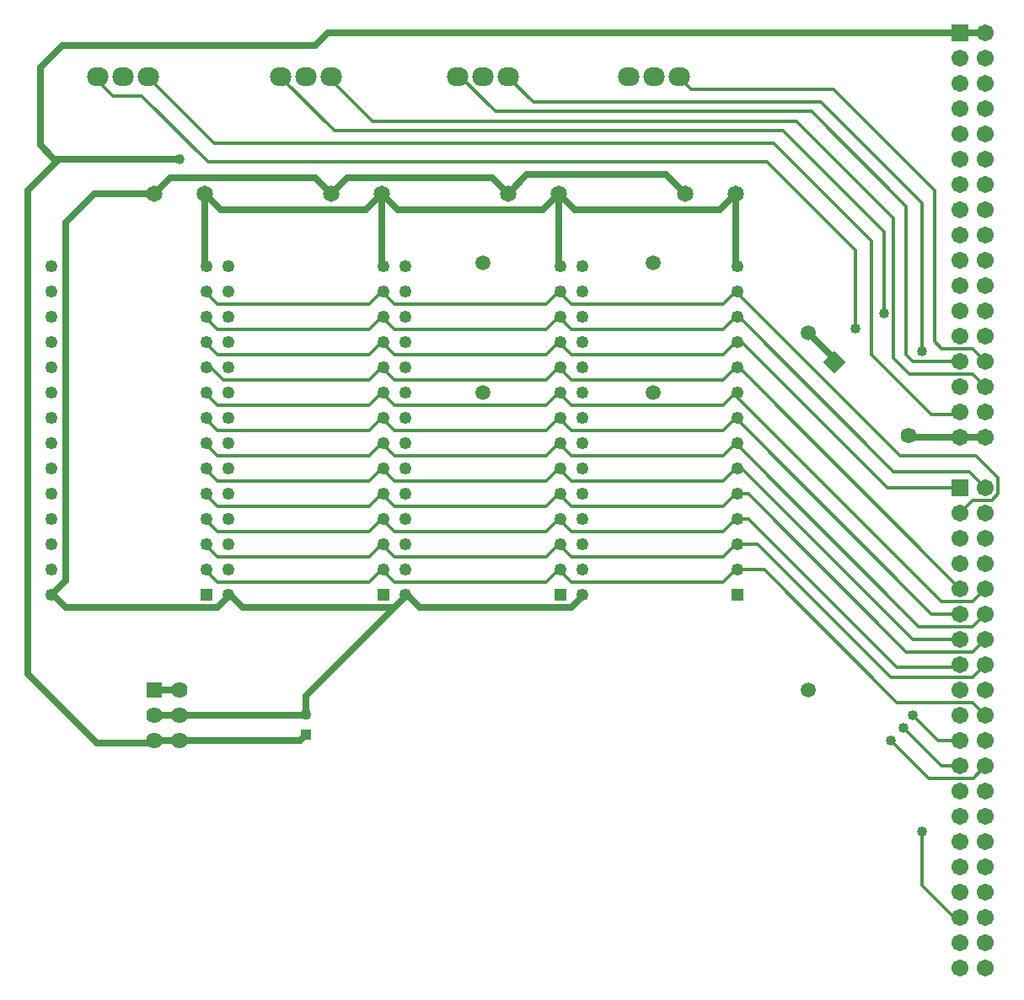
<source format=gbr>
G04 DipTrace 4.3.0.5*
G04 1 - Top.gbr*
%MOMM*%
G04 #@! TF.FileFunction,Copper,L1,Top*
G04 #@! TF.Part,Single*
%AMOUTLINE0*
4,1,4,
0.0,1.1243,
1.1243,0.0,
0.0,-1.1243,
-1.1243,0.0,
0.0,1.1243,
0*%
G04 #@! TA.AperFunction,Conductor*
%ADD16C,0.66*%
%ADD17C,0.3302*%
%ADD18C,0.6604*%
G04 #@! TA.AperFunction,ComponentPad*
%ADD22R,1.1X1.1*%
%ADD23C,1.1*%
%ADD24C,1.65*%
%ADD25C,1.59*%
%ADD26R,1.71X1.71*%
%ADD27C,1.71*%
%ADD28R,1.62X1.62*%
%ADD29C,1.62*%
%ADD30O,2.159X1.905*%
%ADD31C,1.5*%
%ADD32R,1.25X1.25*%
%ADD33C,1.25*%
G04 #@! TA.AperFunction,ViaPad*
%ADD34C,1.016*%
G04 #@! TA.AperFunction,ComponentPad*
%ADD72OUTLINE0*%
%FSLAX35Y35*%
G04*
G71*
G90*
G75*
G01*
G04 Top*
%LPD*%
X-7826470Y-952513D2*
D16*
X-7810487D1*
X-7683500Y-1079500D1*
X-6159500D1*
X-6048470Y-968470D1*
Y-952513D1*
X-6032487D1*
X-5905500Y-1079500D1*
X-4381500D1*
X-4270500Y-968500D1*
Y-952500D1*
X-9604470Y-952513D2*
X-9588487D1*
X-9461500Y-1079500D1*
X-7937500D1*
X-7826470Y-968470D1*
Y-952513D1*
X-7048500Y-2154250D2*
Y-1968500D1*
X-6048470Y-968470D1*
X-8572500Y-2159000D2*
X-8318500D1*
X-7053250D1*
X-7048500Y-2154250D1*
X-3238500Y3079750D2*
X-3429000Y3270250D1*
X-4826000D1*
X-5016500Y3079750D1*
X-5175250Y3238500D1*
X-6635750D1*
X-6794500Y3079750D1*
X-6953250Y3238500D1*
X-8413750D1*
X-8572500Y3079750D1*
X-9169290D1*
X-9461500Y2787540D1*
Y-809543D1*
X-9604470Y-952513D1*
X-1735773Y1386523D2*
Y1418273D1*
X-2000250Y1682750D1*
X-8048510Y1333513D2*
D17*
X-8001013D1*
X-7874000Y1206500D1*
X-6413500D1*
X-6286487Y1333513D1*
X-6270510D1*
Y1317510D1*
X-6159500Y1206500D1*
X-4635500D1*
X-4508487Y1333513D1*
X-4492510D1*
Y1317510D1*
X-4381500Y1206500D1*
X-2857500D1*
X-2730500Y1333500D1*
X-2714500D1*
X-2698700D1*
X-476200Y-889000D1*
X-8048507Y1079513D2*
Y1063507D1*
X-7937500Y952500D1*
X-6413500D1*
X-6286487Y1079513D1*
X-6270507D1*
Y1063507D1*
X-6159500Y952500D1*
X-4635500D1*
X-4508487Y1079513D1*
X-4492507D1*
Y1063507D1*
X-4381500Y952500D1*
X-2857500D1*
X-2730500Y1079500D1*
X-2714500D1*
Y1031750D1*
X-666750Y-1016000D1*
X-349200D1*
X-222200Y-889000D1*
X-8048503Y825513D2*
Y809503D1*
X-7937500Y698500D1*
X-6413500D1*
X-6286487Y825513D1*
X-6270503D1*
Y809503D1*
X-6159500Y698500D1*
X-4635500D1*
X-4508487Y825513D1*
X-4492503D1*
Y809503D1*
X-4381500Y698500D1*
X-2857500D1*
X-2730500Y825500D1*
X-2714500D1*
Y809500D1*
X-762000Y-1143000D1*
X-476200D1*
X-8048497Y571513D2*
Y555497D1*
X-7937500Y444500D1*
X-6413500D1*
X-6286487Y571513D1*
X-6270497D1*
Y555497D1*
X-6159500Y444500D1*
X-4635500D1*
X-4508487Y571513D1*
X-4492497D1*
Y555497D1*
X-4381500Y444500D1*
X-2857500D1*
X-2730500Y571500D1*
X-2714500D1*
Y555500D1*
X-889000Y-1270000D1*
X-349200D1*
X-222200Y-1143000D1*
X-8048493Y317513D2*
Y301493D1*
X-7937500Y190500D1*
X-6413500D1*
X-6286487Y317513D1*
X-6270493D1*
Y301493D1*
X-6159500Y190500D1*
X-4635500D1*
X-4508487Y317513D1*
X-4492493D1*
Y301493D1*
X-4381500Y190500D1*
X-2857500D1*
X-2730500Y317500D1*
X-2714500D1*
X-2667000D1*
X-952500Y-1397000D1*
X-476200D1*
X-8048490Y63513D2*
Y47490D1*
X-7937500Y-63500D1*
X-6413500D1*
X-6286487Y63513D1*
X-6270490D1*
Y47490D1*
X-6159500Y-63500D1*
X-4635500D1*
X-4508487Y63513D1*
X-4492490D1*
Y47490D1*
X-4381500Y-63500D1*
X-2857500D1*
X-2730500Y63500D1*
X-2714500D1*
X-2603500D1*
X-1016000Y-1524000D1*
X-349200D1*
X-222200Y-1397000D1*
X-8048483Y-190487D2*
Y-206517D1*
X-7937500Y-317500D1*
X-6413500D1*
X-6286487Y-190487D1*
X-6270483D1*
Y-206517D1*
X-6159500Y-317500D1*
X-4635500D1*
X-4508487Y-190487D1*
X-4492483D1*
Y-206517D1*
X-4381500Y-317500D1*
X-2857500D1*
X-2730500Y-190500D1*
X-2714500D1*
X-2603500D1*
X-1111250Y-1682750D1*
X-507950D1*
X-476200Y-1651000D1*
X-8048480Y-444487D2*
Y-460520D1*
X-7937500Y-571500D1*
X-6413500D1*
X-6286487Y-444487D1*
X-6270480D1*
Y-460520D1*
X-6159500Y-571500D1*
X-4635500D1*
X-4508487Y-444487D1*
X-4492480D1*
Y-460520D1*
X-4381500Y-571500D1*
X-2857500D1*
X-2730500Y-444500D1*
X-2714500D1*
X-2508250D1*
X-1174750Y-1778000D1*
X-349200D1*
X-222200Y-1651000D1*
X-1174750Y-2413000D2*
X-793750Y-2794000D1*
X-342250D1*
X-222200Y-2673950D1*
Y-2667000D1*
X-1047750Y-2286000D2*
X-666750Y-2667000D1*
X-476200D1*
X-952500Y-2159000D2*
X-698500Y-2413000D1*
X-476200D1*
X-8048473Y-698487D2*
Y-714527D1*
X-7937500Y-825500D1*
X-6413500D1*
X-6286487Y-698487D1*
X-6270473D1*
Y-714527D1*
X-6159500Y-825500D1*
X-4635500D1*
X-4508487Y-698487D1*
X-4492473D1*
Y-714527D1*
X-4381500Y-825500D1*
X-2857500D1*
X-2730500Y-698500D1*
X-2714500D1*
X-2444750D1*
X-1111250Y-2032000D1*
X-349200D1*
X-222200Y-2159000D1*
X-8048517Y1587513D2*
Y1571517D1*
X-7937500Y1460500D1*
X-6413500D1*
X-6286487Y1587513D1*
X-6270517D1*
Y1571517D1*
X-6159500Y1460500D1*
X-4635500D1*
X-4508487Y1587513D1*
X-4492517D1*
Y1571517D1*
X-4381500Y1460500D1*
X-2857500D1*
X-2730500Y1587500D1*
X-2714500D1*
X-2667000D1*
X-1206500Y127000D1*
X-476200D1*
X-8048520Y1841513D2*
Y1825520D1*
X-7937500Y1714500D1*
X-6413500D1*
X-6286487Y1841513D1*
X-6270520D1*
Y1825520D1*
X-6159500Y1714500D1*
X-4635500D1*
X-4508487Y1841513D1*
X-4492520D1*
Y1825520D1*
X-4381500Y1714500D1*
X-2857500D1*
X-2730500Y1841500D1*
X-2714500D1*
X-2698750D1*
X-1143000Y285750D1*
X-380950D1*
X-222200Y127000D1*
X-8048527Y2095513D2*
Y2079527D1*
X-7937500Y1968500D1*
X-6413500D1*
X-6286487Y2095513D1*
X-6270527D1*
Y2079527D1*
X-6159500Y1968500D1*
X-4635500D1*
X-4508487Y2095513D1*
X-4492527D1*
Y2079527D1*
X-4381500Y1968500D1*
X-2857500D1*
X-2730500Y2095500D1*
X-2714500D1*
Y2079500D1*
X-1079500Y444500D1*
X-317500D1*
X-95250Y222250D1*
Y63500D1*
X-158750Y0D1*
X-349200D1*
X-476200Y-127000D1*
X-2730500Y3079750D2*
D18*
Y2365500D1*
X-2714500Y2349500D1*
X-4508500Y3079750D2*
Y2365483D1*
X-4492530Y2349513D1*
X-6286500Y3079750D2*
Y2365483D1*
X-6270530Y2349513D1*
X-8064500Y3079750D2*
Y2365483D1*
X-8048530Y2349513D1*
X-8064500Y3079750D2*
D16*
X-7905750Y2921000D1*
X-6445250D1*
X-6286500Y3079750D1*
X-6127750Y2921000D1*
X-4667250D1*
X-4508500Y3079750D1*
X-4349750Y2921000D1*
X-2889250D1*
X-2730500Y3079750D1*
X-476200Y4699000D2*
D18*
X-6826250D1*
X-6953250Y4572000D1*
X-9493250D1*
X-9715500Y4349750D1*
Y3569093D1*
X-9575407Y3429000D1*
X-8318500D1*
X-9575407D2*
X-9550203Y3403797D1*
X-9842500Y3111500D1*
Y-1746250D1*
X-9144000Y-2444750D1*
X-8604250D1*
X-8572500Y-2413000D1*
X-8318500D1*
X-7107250D1*
X-7048500Y-2354250D1*
X-476200Y4699000D2*
X-222200D1*
X-476200Y635000D2*
D16*
X-984250D1*
X-994727Y645477D1*
X-222200Y635000D2*
X-476200D1*
X-857250Y-3333750D2*
D17*
Y-3873500D1*
X-539750Y-4191000D1*
X-476200D1*
X-8572500Y-1905000D2*
D16*
X-8318500D1*
X-9140697Y4259173D2*
D17*
Y4191000D1*
X-9112250D1*
X-8985250Y4064000D1*
X-8699500D1*
X-8032750Y3397250D1*
X-2413000D1*
X-1524000Y2508250D1*
Y1721047D1*
X-7299197Y4259173D2*
Y4251197D1*
X-6762750Y3714750D1*
X-2254250D1*
X-1238250Y2698750D1*
Y1873250D1*
X-5521197Y4259173D2*
X-5497423D1*
X-5143500Y3905250D1*
X-1968953D1*
X-1016000Y2952297D1*
Y1460047D1*
X-952953Y1397000D1*
X-476200D1*
X-8632700Y4259170D2*
Y4251200D1*
X-7969250Y3587750D1*
X-2349500D1*
X-1365250Y2603500D1*
Y1460500D1*
X-762000Y857250D1*
X-507950D1*
X-476200Y889000D1*
X-6791200Y4259170D2*
Y4219450D1*
X-6381750Y3810000D1*
X-2120703D1*
X-1143000Y2832297D1*
Y1428750D1*
X-984250Y1270000D1*
X-349200D1*
X-222200Y1143000D1*
X-5013200Y4259170D2*
Y4251200D1*
X-4762500Y4000500D1*
X-1873250D1*
X-857250Y2984500D1*
Y1492250D1*
X-3298700Y4259170D2*
Y4251200D1*
X-3175000Y4127500D1*
X-1746250D1*
X-730250Y3111500D1*
Y1594047D1*
X-660203Y1524000D1*
X-349200D1*
X-222200Y1397000D1*
D34*
X-1174750Y-2413000D3*
X-1047750Y-2286000D3*
X-952500Y-2159000D3*
X-8318500Y3429000D3*
X-857250Y-3333750D3*
X-1524000Y1721047D3*
X-1238250Y1873250D3*
X-857250Y1492250D3*
D22*
X-7048500Y-2354250D3*
D23*
Y-2154250D3*
D24*
X-8064500Y3079750D3*
X-8572500D3*
X-6286500D3*
X-6794500D3*
X-4508500D3*
X-5016500D3*
X-2730500D3*
X-3238500D3*
D72*
X-1735774Y1386524D3*
D25*
X-994726Y645476D3*
D26*
X-476200Y127000D3*
D27*
X-222200D3*
X-476200Y-127000D3*
X-222200D3*
X-476200Y-381000D3*
X-222200D3*
X-476200Y-635000D3*
X-222200D3*
X-476200Y-889000D3*
X-222200D3*
X-476200Y-1143000D3*
X-222200D3*
X-476200Y-1397000D3*
X-222200D3*
X-476200Y-1651000D3*
X-222200D3*
X-476200Y-1905000D3*
X-222200D3*
X-476200Y-2159000D3*
X-222200D3*
X-476200Y-2413000D3*
X-222200D3*
X-476200Y-2667000D3*
X-222200D3*
X-476200Y-2921000D3*
X-222200D3*
X-476200Y-3175000D3*
X-222200D3*
X-476200Y-3429000D3*
X-222200D3*
X-476200Y-3683000D3*
X-222200D3*
X-476200Y-3937000D3*
X-222200D3*
X-476200Y-4191000D3*
X-222200D3*
X-476200Y-4445000D3*
X-222200D3*
X-476200Y-4699000D3*
X-222200D3*
D26*
X-476200Y4699000D3*
D27*
X-222200D3*
X-476200Y4445000D3*
X-222200D3*
X-476200Y4191000D3*
X-222200D3*
X-476200Y3937000D3*
X-222200D3*
X-476200Y3683000D3*
X-222200D3*
X-476200Y3429000D3*
X-222200D3*
X-476200Y3175000D3*
X-222200D3*
X-476200Y2921000D3*
X-222200D3*
X-476200Y2667000D3*
X-222200D3*
X-476200Y2413000D3*
X-222200D3*
X-476200Y2159000D3*
X-222200D3*
X-476200Y1905000D3*
X-222200D3*
X-476200Y1651000D3*
X-222200D3*
X-476200Y1397000D3*
X-222200D3*
X-476200Y1143000D3*
X-222200D3*
X-476200Y889000D3*
X-222200D3*
X-476200Y635000D3*
X-222200D3*
D28*
X-8572500Y-1905000D3*
D29*
X-8318500D3*
X-8572500Y-2159000D3*
X-8318500D3*
X-8572500Y-2413000D3*
X-8318500D3*
D30*
X-9140697Y4259173D3*
X-8632700Y4259170D3*
X-8886697Y4259173D3*
X-7299197D3*
X-6791200Y4259170D3*
X-7045197Y4259173D3*
X-5521197D3*
X-5013200Y4259170D3*
X-5267197Y4259173D3*
X-3806697D3*
X-3298700Y4259170D3*
X-3552697Y4259173D3*
D31*
X-2000250Y1682750D3*
Y-1905000D3*
X-5270500Y1079500D3*
Y2381250D3*
X-3556000D3*
Y1079500D3*
D32*
X-8048470Y-952486D3*
D33*
X-8048474Y-698486D3*
X-8048479Y-444486D3*
X-8048484Y-190486D3*
X-8048488Y63514D3*
X-8048493Y317514D3*
X-8048498Y571514D3*
X-8048502Y825514D3*
X-8048507Y1079514D3*
X-8048512Y1333514D3*
X-8048516Y1587514D3*
X-8048521Y1841514D3*
X-8048526Y2095514D3*
X-8048530Y2349514D3*
X-9604530Y2349485D3*
X-9604526Y2095485D3*
X-9604521Y1841485D3*
X-9604516Y1587485D3*
X-9604512Y1333485D3*
X-9604507Y1079485D3*
X-9604502Y825485D3*
X-9604498Y571485D3*
X-9604493Y317485D3*
X-9604488Y63485D3*
X-9604484Y-190515D3*
X-9604479Y-444515D3*
X-9604474Y-698515D3*
X-9604470Y-952515D3*
D32*
X-6270470Y-952486D3*
D33*
X-6270474Y-698486D3*
X-6270479Y-444486D3*
X-6270484Y-190486D3*
X-6270488Y63514D3*
X-6270493Y317514D3*
X-6270498Y571514D3*
X-6270502Y825514D3*
X-6270507Y1079514D3*
X-6270512Y1333514D3*
X-6270516Y1587514D3*
X-6270521Y1841514D3*
X-6270526Y2095514D3*
X-6270530Y2349514D3*
X-7826530Y2349485D3*
X-7826526Y2095485D3*
X-7826521Y1841485D3*
X-7826516Y1587485D3*
X-7826512Y1333485D3*
X-7826507Y1079485D3*
X-7826502Y825485D3*
X-7826498Y571485D3*
X-7826493Y317485D3*
X-7826488Y63485D3*
X-7826484Y-190515D3*
X-7826479Y-444515D3*
X-7826474Y-698515D3*
X-7826470Y-952515D3*
D32*
X-4492470Y-952486D3*
D33*
X-4492474Y-698486D3*
X-4492479Y-444486D3*
X-4492484Y-190486D3*
X-4492488Y63514D3*
X-4492493Y317514D3*
X-4492498Y571514D3*
X-4492502Y825514D3*
X-4492507Y1079514D3*
X-4492512Y1333514D3*
X-4492516Y1587514D3*
X-4492521Y1841514D3*
X-4492526Y2095514D3*
X-4492530Y2349514D3*
X-6048530Y2349485D3*
X-6048526Y2095485D3*
X-6048521Y1841485D3*
X-6048516Y1587485D3*
X-6048512Y1333485D3*
X-6048507Y1079485D3*
X-6048502Y825485D3*
X-6048498Y571485D3*
X-6048493Y317485D3*
X-6048488Y63485D3*
X-6048484Y-190515D3*
X-6048479Y-444515D3*
X-6048474Y-698515D3*
X-6048470Y-952515D3*
D32*
X-2714500Y-952500D3*
D33*
Y-698500D3*
Y-444500D3*
Y-190500D3*
Y63500D3*
Y317500D3*
Y571500D3*
Y825500D3*
Y1079500D3*
Y1333500D3*
Y1587500D3*
Y1841500D3*
Y2095500D3*
Y2349500D3*
X-4270500D3*
Y2095500D3*
Y1841500D3*
Y1587500D3*
Y1333500D3*
Y1079500D3*
Y825500D3*
Y571500D3*
Y317500D3*
Y63500D3*
Y-190500D3*
Y-444500D3*
Y-698500D3*
Y-952500D3*
M02*

</source>
